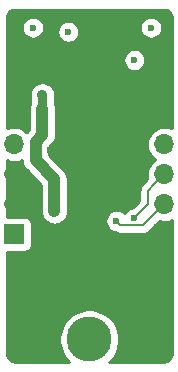
<source format=gbl>
G04 #@! TF.GenerationSoftware,KiCad,Pcbnew,(5.1.4)-1*
G04 #@! TF.CreationDate,2019-11-18T19:24:08+01:00*
G04 #@! TF.ProjectId,olmBoard-v1,6f6c6d42-6f61-4726-942d-76312e6b6963,0.1*
G04 #@! TF.SameCoordinates,Original*
G04 #@! TF.FileFunction,Copper,L2,Bot*
G04 #@! TF.FilePolarity,Positive*
%FSLAX46Y46*%
G04 Gerber Fmt 4.6, Leading zero omitted, Abs format (unit mm)*
G04 Created by KiCad (PCBNEW (5.1.4)-1) date 2019-11-18 19:24:08*
%MOMM*%
%LPD*%
G04 APERTURE LIST*
%ADD10C,3.800000*%
%ADD11R,1.700000X1.700000*%
%ADD12O,1.700000X1.700000*%
%ADD13C,0.600000*%
%ADD14C,0.900000*%
%ADD15C,0.800000*%
%ADD16C,1.000000*%
%ADD17C,0.200000*%
%ADD18C,0.254000*%
G04 APERTURE END LIST*
D10*
X157480000Y-114300000D03*
D11*
X151130000Y-105410000D03*
D12*
X151130000Y-102870000D03*
X151130000Y-100330000D03*
X151130000Y-97790000D03*
X163830000Y-97790000D03*
X163830000Y-100330000D03*
X163830000Y-102870000D03*
D11*
X163830000Y-105410000D03*
D13*
X161300000Y-90650000D03*
X162700000Y-87900000D03*
X155700000Y-88250000D03*
X152705000Y-87905000D03*
D14*
X153505000Y-94800000D03*
X154505000Y-102450000D03*
X154530000Y-103450008D03*
X153505000Y-93600000D03*
D13*
X154680000Y-115200000D03*
X160080000Y-115400000D03*
X157430000Y-105475000D03*
X159955000Y-107050000D03*
X160630000Y-96050000D03*
X154955000Y-98250000D03*
X155280000Y-93650000D03*
X155280000Y-94525000D03*
X154130000Y-98275000D03*
X154980020Y-97500000D03*
X155702000Y-98000000D03*
X156815000Y-99822000D03*
X155956000Y-99822000D03*
X155702000Y-98806000D03*
X155250000Y-92700000D03*
X157550000Y-88250000D03*
X159950000Y-91150000D03*
X156600000Y-86850000D03*
X158650000Y-86800000D03*
X156650000Y-89550000D03*
X158550000Y-89650000D03*
X151650000Y-88800000D03*
X151150000Y-92850000D03*
X161290000Y-104040000D03*
X159780000Y-104275032D03*
D15*
X153505000Y-94800000D02*
X153505000Y-93600000D01*
D16*
X154530000Y-102475000D02*
X154505000Y-102450000D01*
X154530000Y-103450008D02*
X154530000Y-102475000D01*
X154505000Y-100725000D02*
X154505000Y-102450000D01*
X152930000Y-99150000D02*
X154505000Y-100725000D01*
X152930000Y-97550000D02*
X152930000Y-99150000D01*
X153505000Y-94800000D02*
X153505000Y-96975000D01*
X153505000Y-96975000D02*
X152930000Y-97550000D01*
D17*
X162980001Y-101179999D02*
X163830000Y-100330000D01*
X162460000Y-101700000D02*
X162980001Y-101179999D01*
X161290000Y-104040000D02*
X162460000Y-102870000D01*
X162460000Y-102870000D02*
X162460000Y-101700000D01*
X160079999Y-104575031D02*
X159780000Y-104275032D01*
X163830000Y-102870000D02*
X162060000Y-104640000D01*
X162060000Y-104640000D02*
X160144968Y-104640000D01*
X160144968Y-104640000D02*
X160079999Y-104575031D01*
D18*
G36*
X163947869Y-86399722D02*
G01*
X164061246Y-86433953D01*
X164165819Y-86489555D01*
X164257596Y-86564407D01*
X164333091Y-86655664D01*
X164389419Y-86759844D01*
X164424440Y-86872976D01*
X164440001Y-87021031D01*
X164440001Y-96432229D01*
X164401034Y-96411401D01*
X164121111Y-96326487D01*
X163902950Y-96305000D01*
X163757050Y-96305000D01*
X163538889Y-96326487D01*
X163258966Y-96411401D01*
X163000986Y-96549294D01*
X162774866Y-96734866D01*
X162589294Y-96960986D01*
X162451401Y-97218966D01*
X162366487Y-97498889D01*
X162337815Y-97790000D01*
X162366487Y-98081111D01*
X162451401Y-98361034D01*
X162589294Y-98619014D01*
X162774866Y-98845134D01*
X163000986Y-99030706D01*
X163055791Y-99060000D01*
X163000986Y-99089294D01*
X162774866Y-99274866D01*
X162589294Y-99500986D01*
X162451401Y-99758966D01*
X162366487Y-100038889D01*
X162337815Y-100330000D01*
X162366487Y-100621111D01*
X162397432Y-100723122D01*
X161965808Y-101154746D01*
X161937763Y-101177762D01*
X161845914Y-101289680D01*
X161783368Y-101406696D01*
X161777664Y-101417367D01*
X161735635Y-101555915D01*
X161721444Y-101700000D01*
X161725001Y-101736115D01*
X161725000Y-102565553D01*
X161182485Y-103108068D01*
X161017271Y-103140932D01*
X160847111Y-103211414D01*
X160693972Y-103313738D01*
X160563738Y-103443972D01*
X160461414Y-103597111D01*
X160450564Y-103623306D01*
X160376028Y-103548770D01*
X160222889Y-103446446D01*
X160052729Y-103375964D01*
X159872089Y-103340032D01*
X159687911Y-103340032D01*
X159507271Y-103375964D01*
X159337111Y-103446446D01*
X159183972Y-103548770D01*
X159053738Y-103679004D01*
X158951414Y-103832143D01*
X158880932Y-104002303D01*
X158845000Y-104182943D01*
X158845000Y-104367121D01*
X158880932Y-104547761D01*
X158951414Y-104717921D01*
X159053738Y-104871060D01*
X159183972Y-105001294D01*
X159337111Y-105103618D01*
X159507271Y-105174100D01*
X159678745Y-105208209D01*
X159734648Y-105254087D01*
X159862335Y-105322337D01*
X160000883Y-105364365D01*
X160144967Y-105378556D01*
X160181072Y-105375000D01*
X162023895Y-105375000D01*
X162060000Y-105378556D01*
X162096105Y-105375000D01*
X162204085Y-105364365D01*
X162342633Y-105322337D01*
X162470320Y-105254087D01*
X162582238Y-105162238D01*
X162605258Y-105134188D01*
X163436878Y-104302568D01*
X163538889Y-104333513D01*
X163757050Y-104355000D01*
X163902950Y-104355000D01*
X164121111Y-104333513D01*
X164401034Y-104248599D01*
X164440000Y-104227771D01*
X164440000Y-115537721D01*
X164425278Y-115687869D01*
X164391047Y-115801246D01*
X164335446Y-115905817D01*
X164260594Y-115997595D01*
X164169335Y-116073091D01*
X164065160Y-116129419D01*
X163952024Y-116164440D01*
X163803979Y-116180000D01*
X159185031Y-116180000D01*
X159449063Y-115915968D01*
X159726488Y-115500773D01*
X159917582Y-115039432D01*
X160015000Y-114549676D01*
X160015000Y-114050324D01*
X159917582Y-113560568D01*
X159726488Y-113099227D01*
X159449063Y-112684032D01*
X159095968Y-112330937D01*
X158680773Y-112053512D01*
X158219432Y-111862418D01*
X157729676Y-111765000D01*
X157230324Y-111765000D01*
X156740568Y-111862418D01*
X156279227Y-112053512D01*
X155864032Y-112330937D01*
X155510937Y-112684032D01*
X155233512Y-113099227D01*
X155042418Y-113560568D01*
X154945000Y-114050324D01*
X154945000Y-114549676D01*
X155042418Y-115039432D01*
X155233512Y-115500773D01*
X155510937Y-115915968D01*
X155774969Y-116180000D01*
X151162279Y-116180000D01*
X151012131Y-116165278D01*
X150925229Y-116139040D01*
X150608313Y-115874944D01*
X150570581Y-115805160D01*
X150535560Y-115692024D01*
X150520000Y-115543979D01*
X150520000Y-106898072D01*
X151980000Y-106898072D01*
X152104482Y-106885812D01*
X152224180Y-106849502D01*
X152334494Y-106790537D01*
X152431185Y-106711185D01*
X152510537Y-106614494D01*
X152569502Y-106504180D01*
X152605812Y-106384482D01*
X152618072Y-106260000D01*
X152618072Y-104560000D01*
X152605812Y-104435518D01*
X152569502Y-104315820D01*
X152510537Y-104205506D01*
X152431185Y-104108815D01*
X152334494Y-104029463D01*
X152224180Y-103970498D01*
X152104482Y-103934188D01*
X151980000Y-103921928D01*
X150520000Y-103921928D01*
X150520000Y-99147771D01*
X150558966Y-99168599D01*
X150838889Y-99253513D01*
X151057050Y-99275000D01*
X151202950Y-99275000D01*
X151421111Y-99253513D01*
X151701034Y-99168599D01*
X151792492Y-99119714D01*
X151789509Y-99150000D01*
X151811423Y-99372498D01*
X151876324Y-99586446D01*
X151876325Y-99586447D01*
X151981717Y-99783623D01*
X152123552Y-99956449D01*
X152166860Y-99991991D01*
X153370000Y-101195132D01*
X153370000Y-102394249D01*
X153364509Y-102450000D01*
X153386423Y-102672498D01*
X153395000Y-102700772D01*
X153395000Y-103505759D01*
X153411423Y-103672506D01*
X153476324Y-103886454D01*
X153581716Y-104083631D01*
X153723551Y-104256457D01*
X153896377Y-104398292D01*
X154093553Y-104503684D01*
X154307501Y-104568585D01*
X154530000Y-104590499D01*
X154752498Y-104568585D01*
X154966446Y-104503684D01*
X155163623Y-104398292D01*
X155336449Y-104256457D01*
X155478284Y-104083631D01*
X155583676Y-103886455D01*
X155648577Y-103672507D01*
X155665000Y-103505760D01*
X155665000Y-102530741D01*
X155670490Y-102474999D01*
X155665000Y-102419258D01*
X155665000Y-102419249D01*
X155648577Y-102252501D01*
X155640000Y-102224227D01*
X155640000Y-100780741D01*
X155645490Y-100724999D01*
X155640000Y-100669257D01*
X155640000Y-100669248D01*
X155623577Y-100502501D01*
X155558676Y-100288553D01*
X155453284Y-100091377D01*
X155311449Y-99918551D01*
X155268140Y-99883009D01*
X154065000Y-98679869D01*
X154065000Y-98020131D01*
X154268135Y-97816996D01*
X154311449Y-97781449D01*
X154453284Y-97608623D01*
X154558676Y-97411447D01*
X154623577Y-97197499D01*
X154640000Y-97030752D01*
X154645491Y-96975000D01*
X154640000Y-96919248D01*
X154640000Y-94744248D01*
X154623577Y-94577501D01*
X154558676Y-94363553D01*
X154540000Y-94328612D01*
X154540000Y-93936531D01*
X154548304Y-93916483D01*
X154590000Y-93706863D01*
X154590000Y-93493137D01*
X154548304Y-93283517D01*
X154466515Y-93086060D01*
X154347775Y-92908353D01*
X154196647Y-92757225D01*
X154018940Y-92638485D01*
X153821483Y-92556696D01*
X153611863Y-92515000D01*
X153398137Y-92515000D01*
X153188517Y-92556696D01*
X152991060Y-92638485D01*
X152813353Y-92757225D01*
X152662225Y-92908353D01*
X152543485Y-93086060D01*
X152461696Y-93283517D01*
X152420000Y-93493137D01*
X152420000Y-93706863D01*
X152461696Y-93916483D01*
X152470001Y-93936532D01*
X152470000Y-94328612D01*
X152451324Y-94363554D01*
X152386423Y-94577502D01*
X152370000Y-94744249D01*
X152370001Y-96504868D01*
X152166865Y-96708004D01*
X152159634Y-96713939D01*
X151959014Y-96549294D01*
X151701034Y-96411401D01*
X151421111Y-96326487D01*
X151202950Y-96305000D01*
X151057050Y-96305000D01*
X150838889Y-96326487D01*
X150558966Y-96411401D01*
X150520000Y-96432229D01*
X150520000Y-90557911D01*
X160365000Y-90557911D01*
X160365000Y-90742089D01*
X160400932Y-90922729D01*
X160471414Y-91092889D01*
X160573738Y-91246028D01*
X160703972Y-91376262D01*
X160857111Y-91478586D01*
X161027271Y-91549068D01*
X161207911Y-91585000D01*
X161392089Y-91585000D01*
X161572729Y-91549068D01*
X161742889Y-91478586D01*
X161896028Y-91376262D01*
X162026262Y-91246028D01*
X162128586Y-91092889D01*
X162199068Y-90922729D01*
X162235000Y-90742089D01*
X162235000Y-90557911D01*
X162199068Y-90377271D01*
X162128586Y-90207111D01*
X162026262Y-90053972D01*
X161896028Y-89923738D01*
X161742889Y-89821414D01*
X161572729Y-89750932D01*
X161392089Y-89715000D01*
X161207911Y-89715000D01*
X161027271Y-89750932D01*
X160857111Y-89821414D01*
X160703972Y-89923738D01*
X160573738Y-90053972D01*
X160471414Y-90207111D01*
X160400932Y-90377271D01*
X160365000Y-90557911D01*
X150520000Y-90557911D01*
X150520000Y-87812911D01*
X151770000Y-87812911D01*
X151770000Y-87997089D01*
X151805932Y-88177729D01*
X151876414Y-88347889D01*
X151978738Y-88501028D01*
X152108972Y-88631262D01*
X152262111Y-88733586D01*
X152432271Y-88804068D01*
X152612911Y-88840000D01*
X152797089Y-88840000D01*
X152977729Y-88804068D01*
X153147889Y-88733586D01*
X153301028Y-88631262D01*
X153431262Y-88501028D01*
X153533586Y-88347889D01*
X153604068Y-88177729D01*
X153608010Y-88157911D01*
X154765000Y-88157911D01*
X154765000Y-88342089D01*
X154800932Y-88522729D01*
X154871414Y-88692889D01*
X154973738Y-88846028D01*
X155103972Y-88976262D01*
X155257111Y-89078586D01*
X155427271Y-89149068D01*
X155607911Y-89185000D01*
X155792089Y-89185000D01*
X155972729Y-89149068D01*
X156142889Y-89078586D01*
X156296028Y-88976262D01*
X156426262Y-88846028D01*
X156528586Y-88692889D01*
X156599068Y-88522729D01*
X156635000Y-88342089D01*
X156635000Y-88157911D01*
X156599068Y-87977271D01*
X156528918Y-87807911D01*
X161765000Y-87807911D01*
X161765000Y-87992089D01*
X161800932Y-88172729D01*
X161871414Y-88342889D01*
X161973738Y-88496028D01*
X162103972Y-88626262D01*
X162257111Y-88728586D01*
X162427271Y-88799068D01*
X162607911Y-88835000D01*
X162792089Y-88835000D01*
X162972729Y-88799068D01*
X163142889Y-88728586D01*
X163296028Y-88626262D01*
X163426262Y-88496028D01*
X163528586Y-88342889D01*
X163599068Y-88172729D01*
X163635000Y-87992089D01*
X163635000Y-87807911D01*
X163599068Y-87627271D01*
X163528586Y-87457111D01*
X163426262Y-87303972D01*
X163296028Y-87173738D01*
X163142889Y-87071414D01*
X162972729Y-87000932D01*
X162792089Y-86965000D01*
X162607911Y-86965000D01*
X162427271Y-87000932D01*
X162257111Y-87071414D01*
X162103972Y-87173738D01*
X161973738Y-87303972D01*
X161871414Y-87457111D01*
X161800932Y-87627271D01*
X161765000Y-87807911D01*
X156528918Y-87807911D01*
X156528586Y-87807111D01*
X156426262Y-87653972D01*
X156296028Y-87523738D01*
X156142889Y-87421414D01*
X155972729Y-87350932D01*
X155792089Y-87315000D01*
X155607911Y-87315000D01*
X155427271Y-87350932D01*
X155257111Y-87421414D01*
X155103972Y-87523738D01*
X154973738Y-87653972D01*
X154871414Y-87807111D01*
X154800932Y-87977271D01*
X154765000Y-88157911D01*
X153608010Y-88157911D01*
X153640000Y-87997089D01*
X153640000Y-87812911D01*
X153604068Y-87632271D01*
X153533586Y-87462111D01*
X153431262Y-87308972D01*
X153301028Y-87178738D01*
X153147889Y-87076414D01*
X152977729Y-87005932D01*
X152797089Y-86970000D01*
X152612911Y-86970000D01*
X152432271Y-87005932D01*
X152262111Y-87076414D01*
X152108972Y-87178738D01*
X151978738Y-87308972D01*
X151876414Y-87462111D01*
X151805932Y-87632271D01*
X151770000Y-87812911D01*
X150520000Y-87812911D01*
X150520000Y-87027279D01*
X150534722Y-86877131D01*
X150568953Y-86763754D01*
X150624555Y-86659181D01*
X150699407Y-86567404D01*
X150790664Y-86491909D01*
X150894844Y-86435581D01*
X151007976Y-86400560D01*
X151156022Y-86385000D01*
X163797721Y-86385000D01*
X163947869Y-86399722D01*
X163947869Y-86399722D01*
G37*
X163947869Y-86399722D02*
X164061246Y-86433953D01*
X164165819Y-86489555D01*
X164257596Y-86564407D01*
X164333091Y-86655664D01*
X164389419Y-86759844D01*
X164424440Y-86872976D01*
X164440001Y-87021031D01*
X164440001Y-96432229D01*
X164401034Y-96411401D01*
X164121111Y-96326487D01*
X163902950Y-96305000D01*
X163757050Y-96305000D01*
X163538889Y-96326487D01*
X163258966Y-96411401D01*
X163000986Y-96549294D01*
X162774866Y-96734866D01*
X162589294Y-96960986D01*
X162451401Y-97218966D01*
X162366487Y-97498889D01*
X162337815Y-97790000D01*
X162366487Y-98081111D01*
X162451401Y-98361034D01*
X162589294Y-98619014D01*
X162774866Y-98845134D01*
X163000986Y-99030706D01*
X163055791Y-99060000D01*
X163000986Y-99089294D01*
X162774866Y-99274866D01*
X162589294Y-99500986D01*
X162451401Y-99758966D01*
X162366487Y-100038889D01*
X162337815Y-100330000D01*
X162366487Y-100621111D01*
X162397432Y-100723122D01*
X161965808Y-101154746D01*
X161937763Y-101177762D01*
X161845914Y-101289680D01*
X161783368Y-101406696D01*
X161777664Y-101417367D01*
X161735635Y-101555915D01*
X161721444Y-101700000D01*
X161725001Y-101736115D01*
X161725000Y-102565553D01*
X161182485Y-103108068D01*
X161017271Y-103140932D01*
X160847111Y-103211414D01*
X160693972Y-103313738D01*
X160563738Y-103443972D01*
X160461414Y-103597111D01*
X160450564Y-103623306D01*
X160376028Y-103548770D01*
X160222889Y-103446446D01*
X160052729Y-103375964D01*
X159872089Y-103340032D01*
X159687911Y-103340032D01*
X159507271Y-103375964D01*
X159337111Y-103446446D01*
X159183972Y-103548770D01*
X159053738Y-103679004D01*
X158951414Y-103832143D01*
X158880932Y-104002303D01*
X158845000Y-104182943D01*
X158845000Y-104367121D01*
X158880932Y-104547761D01*
X158951414Y-104717921D01*
X159053738Y-104871060D01*
X159183972Y-105001294D01*
X159337111Y-105103618D01*
X159507271Y-105174100D01*
X159678745Y-105208209D01*
X159734648Y-105254087D01*
X159862335Y-105322337D01*
X160000883Y-105364365D01*
X160144967Y-105378556D01*
X160181072Y-105375000D01*
X162023895Y-105375000D01*
X162060000Y-105378556D01*
X162096105Y-105375000D01*
X162204085Y-105364365D01*
X162342633Y-105322337D01*
X162470320Y-105254087D01*
X162582238Y-105162238D01*
X162605258Y-105134188D01*
X163436878Y-104302568D01*
X163538889Y-104333513D01*
X163757050Y-104355000D01*
X163902950Y-104355000D01*
X164121111Y-104333513D01*
X164401034Y-104248599D01*
X164440000Y-104227771D01*
X164440000Y-115537721D01*
X164425278Y-115687869D01*
X164391047Y-115801246D01*
X164335446Y-115905817D01*
X164260594Y-115997595D01*
X164169335Y-116073091D01*
X164065160Y-116129419D01*
X163952024Y-116164440D01*
X163803979Y-116180000D01*
X159185031Y-116180000D01*
X159449063Y-115915968D01*
X159726488Y-115500773D01*
X159917582Y-115039432D01*
X160015000Y-114549676D01*
X160015000Y-114050324D01*
X159917582Y-113560568D01*
X159726488Y-113099227D01*
X159449063Y-112684032D01*
X159095968Y-112330937D01*
X158680773Y-112053512D01*
X158219432Y-111862418D01*
X157729676Y-111765000D01*
X157230324Y-111765000D01*
X156740568Y-111862418D01*
X156279227Y-112053512D01*
X155864032Y-112330937D01*
X155510937Y-112684032D01*
X155233512Y-113099227D01*
X155042418Y-113560568D01*
X154945000Y-114050324D01*
X154945000Y-114549676D01*
X155042418Y-115039432D01*
X155233512Y-115500773D01*
X155510937Y-115915968D01*
X155774969Y-116180000D01*
X151162279Y-116180000D01*
X151012131Y-116165278D01*
X150925229Y-116139040D01*
X150608313Y-115874944D01*
X150570581Y-115805160D01*
X150535560Y-115692024D01*
X150520000Y-115543979D01*
X150520000Y-106898072D01*
X151980000Y-106898072D01*
X152104482Y-106885812D01*
X152224180Y-106849502D01*
X152334494Y-106790537D01*
X152431185Y-106711185D01*
X152510537Y-106614494D01*
X152569502Y-106504180D01*
X152605812Y-106384482D01*
X152618072Y-106260000D01*
X152618072Y-104560000D01*
X152605812Y-104435518D01*
X152569502Y-104315820D01*
X152510537Y-104205506D01*
X152431185Y-104108815D01*
X152334494Y-104029463D01*
X152224180Y-103970498D01*
X152104482Y-103934188D01*
X151980000Y-103921928D01*
X150520000Y-103921928D01*
X150520000Y-99147771D01*
X150558966Y-99168599D01*
X150838889Y-99253513D01*
X151057050Y-99275000D01*
X151202950Y-99275000D01*
X151421111Y-99253513D01*
X151701034Y-99168599D01*
X151792492Y-99119714D01*
X151789509Y-99150000D01*
X151811423Y-99372498D01*
X151876324Y-99586446D01*
X151876325Y-99586447D01*
X151981717Y-99783623D01*
X152123552Y-99956449D01*
X152166860Y-99991991D01*
X153370000Y-101195132D01*
X153370000Y-102394249D01*
X153364509Y-102450000D01*
X153386423Y-102672498D01*
X153395000Y-102700772D01*
X153395000Y-103505759D01*
X153411423Y-103672506D01*
X153476324Y-103886454D01*
X153581716Y-104083631D01*
X153723551Y-104256457D01*
X153896377Y-104398292D01*
X154093553Y-104503684D01*
X154307501Y-104568585D01*
X154530000Y-104590499D01*
X154752498Y-104568585D01*
X154966446Y-104503684D01*
X155163623Y-104398292D01*
X155336449Y-104256457D01*
X155478284Y-104083631D01*
X155583676Y-103886455D01*
X155648577Y-103672507D01*
X155665000Y-103505760D01*
X155665000Y-102530741D01*
X155670490Y-102474999D01*
X155665000Y-102419258D01*
X155665000Y-102419249D01*
X155648577Y-102252501D01*
X155640000Y-102224227D01*
X155640000Y-100780741D01*
X155645490Y-100724999D01*
X155640000Y-100669257D01*
X155640000Y-100669248D01*
X155623577Y-100502501D01*
X155558676Y-100288553D01*
X155453284Y-100091377D01*
X155311449Y-99918551D01*
X155268140Y-99883009D01*
X154065000Y-98679869D01*
X154065000Y-98020131D01*
X154268135Y-97816996D01*
X154311449Y-97781449D01*
X154453284Y-97608623D01*
X154558676Y-97411447D01*
X154623577Y-97197499D01*
X154640000Y-97030752D01*
X154645491Y-96975000D01*
X154640000Y-96919248D01*
X154640000Y-94744248D01*
X154623577Y-94577501D01*
X154558676Y-94363553D01*
X154540000Y-94328612D01*
X154540000Y-93936531D01*
X154548304Y-93916483D01*
X154590000Y-93706863D01*
X154590000Y-93493137D01*
X154548304Y-93283517D01*
X154466515Y-93086060D01*
X154347775Y-92908353D01*
X154196647Y-92757225D01*
X154018940Y-92638485D01*
X153821483Y-92556696D01*
X153611863Y-92515000D01*
X153398137Y-92515000D01*
X153188517Y-92556696D01*
X152991060Y-92638485D01*
X152813353Y-92757225D01*
X152662225Y-92908353D01*
X152543485Y-93086060D01*
X152461696Y-93283517D01*
X152420000Y-93493137D01*
X152420000Y-93706863D01*
X152461696Y-93916483D01*
X152470001Y-93936532D01*
X152470000Y-94328612D01*
X152451324Y-94363554D01*
X152386423Y-94577502D01*
X152370000Y-94744249D01*
X152370001Y-96504868D01*
X152166865Y-96708004D01*
X152159634Y-96713939D01*
X151959014Y-96549294D01*
X151701034Y-96411401D01*
X151421111Y-96326487D01*
X151202950Y-96305000D01*
X151057050Y-96305000D01*
X150838889Y-96326487D01*
X150558966Y-96411401D01*
X150520000Y-96432229D01*
X150520000Y-90557911D01*
X160365000Y-90557911D01*
X160365000Y-90742089D01*
X160400932Y-90922729D01*
X160471414Y-91092889D01*
X160573738Y-91246028D01*
X160703972Y-91376262D01*
X160857111Y-91478586D01*
X161027271Y-91549068D01*
X161207911Y-91585000D01*
X161392089Y-91585000D01*
X161572729Y-91549068D01*
X161742889Y-91478586D01*
X161896028Y-91376262D01*
X162026262Y-91246028D01*
X162128586Y-91092889D01*
X162199068Y-90922729D01*
X162235000Y-90742089D01*
X162235000Y-90557911D01*
X162199068Y-90377271D01*
X162128586Y-90207111D01*
X162026262Y-90053972D01*
X161896028Y-89923738D01*
X161742889Y-89821414D01*
X161572729Y-89750932D01*
X161392089Y-89715000D01*
X161207911Y-89715000D01*
X161027271Y-89750932D01*
X160857111Y-89821414D01*
X160703972Y-89923738D01*
X160573738Y-90053972D01*
X160471414Y-90207111D01*
X160400932Y-90377271D01*
X160365000Y-90557911D01*
X150520000Y-90557911D01*
X150520000Y-87812911D01*
X151770000Y-87812911D01*
X151770000Y-87997089D01*
X151805932Y-88177729D01*
X151876414Y-88347889D01*
X151978738Y-88501028D01*
X152108972Y-88631262D01*
X152262111Y-88733586D01*
X152432271Y-88804068D01*
X152612911Y-88840000D01*
X152797089Y-88840000D01*
X152977729Y-88804068D01*
X153147889Y-88733586D01*
X153301028Y-88631262D01*
X153431262Y-88501028D01*
X153533586Y-88347889D01*
X153604068Y-88177729D01*
X153608010Y-88157911D01*
X154765000Y-88157911D01*
X154765000Y-88342089D01*
X154800932Y-88522729D01*
X154871414Y-88692889D01*
X154973738Y-88846028D01*
X155103972Y-88976262D01*
X155257111Y-89078586D01*
X155427271Y-89149068D01*
X155607911Y-89185000D01*
X155792089Y-89185000D01*
X155972729Y-89149068D01*
X156142889Y-89078586D01*
X156296028Y-88976262D01*
X156426262Y-88846028D01*
X156528586Y-88692889D01*
X156599068Y-88522729D01*
X156635000Y-88342089D01*
X156635000Y-88157911D01*
X156599068Y-87977271D01*
X156528918Y-87807911D01*
X161765000Y-87807911D01*
X161765000Y-87992089D01*
X161800932Y-88172729D01*
X161871414Y-88342889D01*
X161973738Y-88496028D01*
X162103972Y-88626262D01*
X162257111Y-88728586D01*
X162427271Y-88799068D01*
X162607911Y-88835000D01*
X162792089Y-88835000D01*
X162972729Y-88799068D01*
X163142889Y-88728586D01*
X163296028Y-88626262D01*
X163426262Y-88496028D01*
X163528586Y-88342889D01*
X163599068Y-88172729D01*
X163635000Y-87992089D01*
X163635000Y-87807911D01*
X163599068Y-87627271D01*
X163528586Y-87457111D01*
X163426262Y-87303972D01*
X163296028Y-87173738D01*
X163142889Y-87071414D01*
X162972729Y-87000932D01*
X162792089Y-86965000D01*
X162607911Y-86965000D01*
X162427271Y-87000932D01*
X162257111Y-87071414D01*
X162103972Y-87173738D01*
X161973738Y-87303972D01*
X161871414Y-87457111D01*
X161800932Y-87627271D01*
X161765000Y-87807911D01*
X156528918Y-87807911D01*
X156528586Y-87807111D01*
X156426262Y-87653972D01*
X156296028Y-87523738D01*
X156142889Y-87421414D01*
X155972729Y-87350932D01*
X155792089Y-87315000D01*
X155607911Y-87315000D01*
X155427271Y-87350932D01*
X155257111Y-87421414D01*
X155103972Y-87523738D01*
X154973738Y-87653972D01*
X154871414Y-87807111D01*
X154800932Y-87977271D01*
X154765000Y-88157911D01*
X153608010Y-88157911D01*
X153640000Y-87997089D01*
X153640000Y-87812911D01*
X153604068Y-87632271D01*
X153533586Y-87462111D01*
X153431262Y-87308972D01*
X153301028Y-87178738D01*
X153147889Y-87076414D01*
X152977729Y-87005932D01*
X152797089Y-86970000D01*
X152612911Y-86970000D01*
X152432271Y-87005932D01*
X152262111Y-87076414D01*
X152108972Y-87178738D01*
X151978738Y-87308972D01*
X151876414Y-87462111D01*
X151805932Y-87632271D01*
X151770000Y-87812911D01*
X150520000Y-87812911D01*
X150520000Y-87027279D01*
X150534722Y-86877131D01*
X150568953Y-86763754D01*
X150624555Y-86659181D01*
X150699407Y-86567404D01*
X150790664Y-86491909D01*
X150894844Y-86435581D01*
X151007976Y-86400560D01*
X151156022Y-86385000D01*
X163797721Y-86385000D01*
X163947869Y-86399722D01*
M02*

</source>
